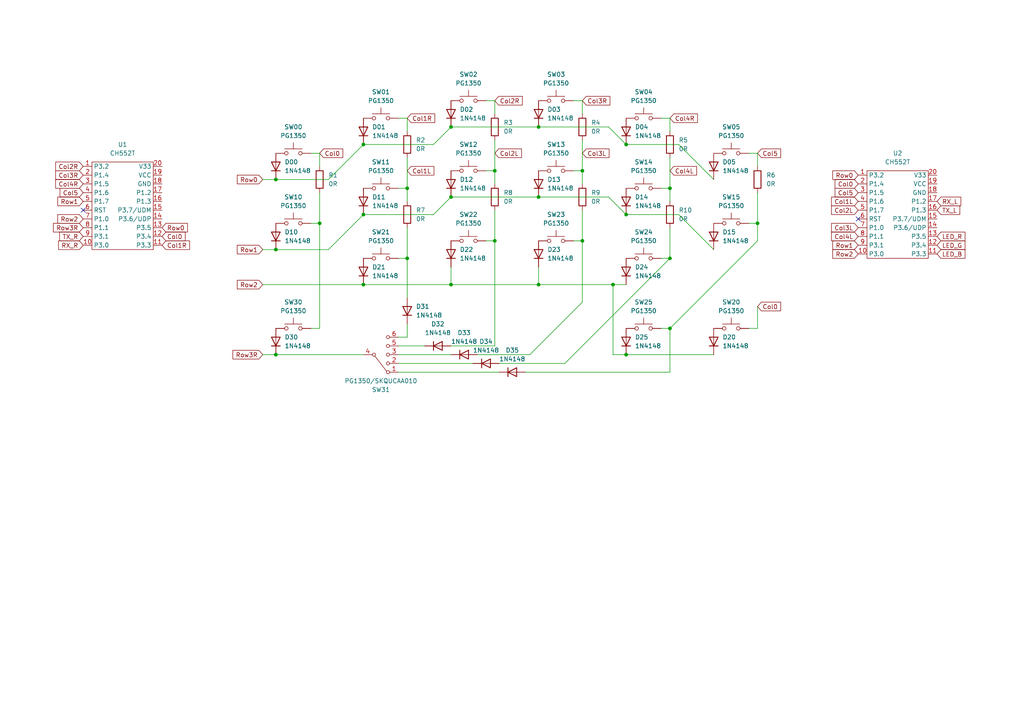
<source format=kicad_sch>
(kicad_sch (version 20231120) (generator "eeschema") (generator_version "8.0")
  (paper "A4")
  (lib_symbols
    (symbol "Device:D" (pin_numbers hide) (pin_names (offset 1.016) hide)
      (property "Reference" "D" (at 0 2.54 0))
      (property "Value" "D" (at 0 -2.54 0))
      (symbol "D_0_1"
        (polyline (pts (xy -1.27 1.27) (xy -1.27 -1.27)) (stroke (width 0.254)))
        (polyline (pts (xy 1.27 0) (xy -1.27 0)))
        (polyline (pts (xy 1.27 1.27) (xy 1.27 -1.27) (xy -1.27 0) (xy 1.27 1.27)) (stroke (width 0.254)))
      )
      (symbol "D_1_1"
        (pin passive line (at -3.81 0 0) (length 2.54) (name "K") (number "1"))
        (pin passive line (at 3.81 0 180) (length 2.54) (name "A") (number "2"))
      )
    )
    (symbol "Device:R" (pin_numbers hide) (pin_names (offset 0))
      (property "Reference" "R" (at 2.032 0 90))
      (property "Value" "R" (at 0 0 90))
      (symbol "R_0_1"
        (rectangle (start -1.016 -2.54) (end 1.016 2.54) (stroke (width 0.254)))
      )
      (symbol "R_1_1"
        (pin passive line (at 0 3.81 270) (length 1.27) (name "~") (number "1"))
        (pin passive line (at 0 -3.81 90) (length 1.27) (name "~") (number "2"))
      )
    )
    (symbol "Project Library:MCU_CH552T_TSSOP-20"
      (property "Reference" "U1" (at 0.254 13.97 0))
      (property "Value" "CH552T" (at 0.254 11.43 0))
      (symbol "MCU_CH552T_TSSOP-20_0_1"
        (rectangle (start -8.89 10.16) (end 8.89 -15.24))
      )
      (symbol "MCU_CH552T_TSSOP-20_1_1"
        (pin input line (at -11.43 8.89 0) (length 2.54) (name "P3.2") (number "1"))
        (pin input line (at -11.43 -13.97 0) (length 2.54) (name "P3.0") (number "10"))
        (pin input line (at 11.43 -13.97 180) (length 2.54) (name "P3.3") (number "11"))
        (pin input line (at 11.43 -11.43 180) (length 2.54) (name "P3.4") (number "12"))
        (pin input line (at 11.43 -8.89 180) (length 2.54) (name "P3.5") (number "13"))
        (pin input line (at 11.43 -6.35 180) (length 2.54) (name "P3.6/UDP") (number "14"))
        (pin input line (at 11.43 -3.81 180) (length 2.54) (name "P3.7/UDM") (number "15"))
        (pin input line (at 11.43 -1.27 180) (length 2.54) (name "P1.3") (number "16"))
        (pin input line (at 11.43 1.27 180) (length 2.54) (name "P1.2") (number "17"))
        (pin input line (at 11.43 3.81 180) (length 2.54) (name "GND") (number "18"))
        (pin input line (at 11.43 6.35 180) (length 2.54) (name "VCC") (number "19"))
        (pin input line (at -11.43 6.35 0) (length 2.54) (name "P1.4") (number "2"))
        (pin input line (at 11.43 8.89 180) (length 2.54) (name "V33") (number "20"))
        (pin input line (at -11.43 3.81 0) (length 2.54) (name "P1.5") (number "3"))
        (pin input line (at -11.43 1.27 0) (length 2.54) (name "P1.6") (number "4"))
        (pin input line (at -11.43 -1.27 0) (length 2.54) (name "P1.7") (number "5"))
        (pin input line (at -11.43 -3.81 0) (length 2.54) (name "RST") (number "6"))
        (pin input line (at -11.43 -6.35 0) (length 2.54) (name "P1.0") (number "7"))
        (pin input line (at -11.43 -8.89 0) (length 2.54) (name "P1.1") (number "8"))
        (pin input line (at -11.43 -11.43 0) (length 2.54) (name "P3.1") (number "9"))
      )
    )
    (symbol "Project Library:SW_SP5T" (pin_names (offset 0) hide)
      (property "Reference" "SW" (at 0 5.08 0))
      (property "Value" "SW_SP5T" (at 0 -11.43 0))
      (symbol "SW_SP5T_0_1"
        (circle (center -2.032 -2.54) (radius 0.4572))
        (polyline (pts (xy -1.7569 -2.1414) (xy 1.651 2.286)))
        (circle (center 2.032 -7.62) (radius 0.4572))
        (circle (center 2.032 -5.08) (radius 0.4572))
        (circle (center 2.032 -2.54) (radius 0.4572))
        (circle (center 2.032 0) (radius 0.4572))
        (circle (center 2.032 2.54) (radius 0.4572))
      )
      (symbol "SW_SP5T_1_1"
        (pin passive line (at 5.08 2.54 180) (length 2.54) (name "A") (number "1"))
        (pin passive line (at 5.08 0 180) (length 2.54) (name "B") (number "2"))
        (pin passive line (at 5.08 -2.54 180) (length 2.54) (name "C") (number "3"))
        (pin passive line (at -5.08 -2.54 0) (length 2.54) (name "Com") (number "4"))
        (pin passive line (at 5.08 -5.08 180) (length 2.54) (name "D") (number "5"))
        (pin passive line (at 5.08 -7.62 180) (length 2.54) (name "Ctr") (number "6"))
      )
    )
    (symbol "Switch:SW_Push" (pin_numbers hide) (pin_names (offset 1.016) hide)
      (property "Reference" "SW" (at 1.27 2.54 0))
      (property "Value" "SW_Push" (at 0 -1.524 0))
      (symbol "SW_Push_0_1"
        (circle (center -2.032 0) (radius 0.508))
        (polyline (pts (xy 0 1.27) (xy 0 3.048)))
        (polyline (pts (xy 2.54 1.27) (xy -2.54 1.27)))
        (circle (center 2.032 0) (radius 0.508))
        (pin passive line (at -5.08 0 0) (length 2.54) (name "1") (number "1"))
        (pin passive line (at 5.08 0 180) (length 2.54) (name "2") (number "2"))
      )
    )
  )
  (junction (at 219.71 64.77))
  (junction (at 143.51 69.85))
  (junction (at 118.11 74.93))
  (junction (at 105.41 41.91))
  (junction (at 80.01 102.87))
  (junction (at 92.71 64.77))
  (junction (at 181.61 41.91))
  (junction (at 105.41 62.23))
  (junction (at 181.61 62.23))
  (junction (at 130.81 82.55))
  (junction (at 194.31 95.25))
  (junction (at 168.91 69.85))
  (junction (at 143.51 49.53))
  (junction (at 156.21 57.15))
  (junction (at 118.11 54.61))
  (junction (at 130.81 57.15))
  (junction (at 156.21 82.55))
  (junction (at 168.91 49.53))
  (junction (at 194.31 54.61))
  (junction (at 80.01 72.39))
  (junction (at 130.81 36.83))
  (junction (at 156.21 36.83))
  (junction (at 80.01 52.07))
  (junction (at 177.8 82.55))
  (junction (at 181.61 102.87))
  (junction (at 194.31 74.93))
  (junction (at 105.41 82.55))
  (no_connect (at 24.13 60.96))
  (no_connect (at 248.92 63.5))
  (wire (pts (xy 90.17 64.77) (xy 92.71 64.77)))
  (wire (pts (xy 115.57 100.33) (xy 123.19 100.33)))
  (wire (pts (xy 217.17 95.25) (xy 219.71 95.25)))
  (wire (pts (xy 80.01 52.07) (xy 95.25 52.07)))
  (wire (pts (xy 217.17 44.45) (xy 219.71 44.45)))
  (wire (pts (xy 80.01 102.87) (xy 105.41 102.87)))
  (wire (pts (xy 176.53 57.15) (xy 156.21 57.15)))
  (wire (pts (xy 90.17 44.45) (xy 92.71 44.45)))
  (wire (pts (xy 168.91 40.64) (xy 168.91 49.53)))
  (wire (pts (xy 92.71 55.88) (xy 92.71 64.77)))
  (wire (pts (xy 118.11 34.29) (xy 118.11 38.1)))
  (wire (pts (xy 194.31 95.25) (xy 191.77 95.25)))
  (wire (pts (xy 130.81 82.55) (xy 130.81 77.47)))
  (wire (pts (xy 125.73 41.91) (xy 105.41 41.91)))
  (wire (pts (xy 166.37 69.85) (xy 168.91 69.85)))
  (wire (pts (xy 140.97 29.21) (xy 143.51 29.21)))
  (wire (pts (xy 115.57 107.95) (xy 144.78 107.95)))
  (wire (pts (xy 92.71 44.45) (xy 92.71 48.26)))
  (wire (pts (xy 153.67 102.87) (xy 168.91 87.63)))
  (wire (pts (xy 191.77 34.29) (xy 194.31 34.29)))
  (wire (pts (xy 115.57 97.79) (xy 118.11 97.79)))
  (wire (pts (xy 168.91 49.53) (xy 168.91 53.34)))
  (wire (pts (xy 118.11 45.72) (xy 118.11 54.61)))
  (wire (pts (xy 194.31 66.04) (xy 194.31 74.93)))
  (wire (pts (xy 207.01 52.07) (xy 196.85 41.91)))
  (wire (pts (xy 118.11 54.61) (xy 118.11 58.42)))
  (wire (pts (xy 76.2 72.39) (xy 80.01 72.39)))
  (wire (pts (xy 177.8 82.55) (xy 177.8 102.87)))
  (wire (pts (xy 143.51 40.64) (xy 143.51 49.53)))
  (wire (pts (xy 143.51 69.85) (xy 143.51 100.33)))
  (wire (pts (xy 90.17 95.25) (xy 92.71 95.25)))
  (wire (pts (xy 156.21 57.15) (xy 130.81 57.15)))
  (wire (pts (xy 191.77 54.61) (xy 194.31 54.61)))
  (wire (pts (xy 130.81 82.55) (xy 156.21 82.55)))
  (wire (pts (xy 92.71 64.77) (xy 92.71 95.25)))
  (wire (pts (xy 143.51 49.53) (xy 143.51 53.34)))
  (wire (pts (xy 194.31 54.61) (xy 194.31 58.42)))
  (wire (pts (xy 168.91 69.85) (xy 168.91 87.63)))
  (wire (pts (xy 118.11 66.04) (xy 118.11 74.93)))
  (wire (pts (xy 115.57 34.29) (xy 118.11 34.29)))
  (wire (pts (xy 76.2 102.87) (xy 80.01 102.87)))
  (wire (pts (xy 152.4 107.95) (xy 194.31 107.95)))
  (wire (pts (xy 219.71 88.9) (xy 219.71 95.25)))
  (wire (pts (xy 219.71 44.45) (xy 219.71 48.26)))
  (wire (pts (xy 140.97 49.53) (xy 143.51 49.53)))
  (wire (pts (xy 176.53 36.83) (xy 156.21 36.83)))
  (wire (pts (xy 196.85 41.91) (xy 181.61 41.91)))
  (wire (pts (xy 118.11 74.93) (xy 118.11 86.36)))
  (wire (pts (xy 219.71 64.77) (xy 219.71 69.85)))
  (wire (pts (xy 76.2 82.55) (xy 105.41 82.55)))
  (wire (pts (xy 95.25 72.39) (xy 105.41 62.23)))
  (wire (pts (xy 130.81 100.33) (xy 143.51 100.33)))
  (wire (pts (xy 168.91 29.21) (xy 168.91 33.02)))
  (wire (pts (xy 76.2 52.07) (xy 80.01 52.07)))
  (wire (pts (xy 115.57 74.93) (xy 118.11 74.93)))
  (wire (pts (xy 143.51 29.21) (xy 143.51 33.02)))
  (wire (pts (xy 143.51 60.96) (xy 143.51 69.85)))
  (wire (pts (xy 207.01 72.39) (xy 196.85 62.23)))
  (wire (pts (xy 118.11 93.98) (xy 118.11 97.79)))
  (wire (pts (xy 125.73 62.23) (xy 105.41 62.23)))
  (wire (pts (xy 130.81 36.83) (xy 125.73 41.91)))
  (wire (pts (xy 168.91 60.96) (xy 168.91 69.85)))
  (wire (pts (xy 181.61 62.23) (xy 176.53 57.15)))
  (wire (pts (xy 163.83 105.41) (xy 194.31 74.93)))
  (wire (pts (xy 156.21 36.83) (xy 130.81 36.83)))
  (wire (pts (xy 105.41 82.55) (xy 130.81 82.55)))
  (wire (pts (xy 177.8 102.87) (xy 181.61 102.87)))
  (wire (pts (xy 194.31 34.29) (xy 194.31 38.1)))
  (wire (pts (xy 217.17 64.77) (xy 219.71 64.77)))
  (wire (pts (xy 156.21 82.55) (xy 177.8 82.55)))
  (wire (pts (xy 219.71 55.88) (xy 219.71 64.77)))
  (wire (pts (xy 130.81 57.15) (xy 125.73 62.23)))
  (wire (pts (xy 140.97 69.85) (xy 143.51 69.85)))
  (wire (pts (xy 196.85 62.23) (xy 181.61 62.23)))
  (wire (pts (xy 181.61 41.91) (xy 176.53 36.83)))
  (wire (pts (xy 194.31 95.25) (xy 219.71 69.85)))
  (wire (pts (xy 80.01 72.39) (xy 95.25 72.39)))
  (wire (pts (xy 138.43 102.87) (xy 153.67 102.87)))
  (wire (pts (xy 166.37 29.21) (xy 168.91 29.21)))
  (wire (pts (xy 194.31 95.25) (xy 194.31 107.95)))
  (wire (pts (xy 156.21 82.55) (xy 156.21 77.47)))
  (wire (pts (xy 177.8 82.55) (xy 181.61 82.55)))
  (wire (pts (xy 144.78 105.41) (xy 163.83 105.41)))
  (wire (pts (xy 166.37 49.53) (xy 168.91 49.53)))
  (wire (pts (xy 194.31 45.72) (xy 194.31 54.61)))
  (wire (pts (xy 191.77 74.93) (xy 194.31 74.93)))
  (wire (pts (xy 115.57 102.87) (xy 130.81 102.87)))
  (wire (pts (xy 115.57 105.41) (xy 137.16 105.41)))
  (wire (pts (xy 115.57 54.61) (xy 118.11 54.61)))
  (wire (pts (xy 181.61 102.87) (xy 207.01 102.87)))
  (wire (pts (xy 95.25 52.07) (xy 105.41 41.91)))
  (global_label "Row3R" (shape input) (at 24.13 66.04 180) (property "Intersheetrefs" "${INTERSHEET_REFS}" (effects (hide yes))))
  (global_label "Col2L" (shape input) (at 143.51 44.45 0) (property "Intersheetrefs" "${INTERSHEET_REFS}" (effects (hide yes))))
  (global_label "LED_R" (shape input) (at 271.78 68.58 0) (property "Intersheetrefs" "${INTERSHEET_REFS}" (effects (hide yes))))
  (global_label "Col3L" (shape input) (at 168.91 44.45 0) (property "Intersheetrefs" "${INTERSHEET_REFS}" (effects (hide yes))))
  (global_label "TX_L" (shape input) (at 271.78 60.96 0) (property "Intersheetrefs" "${INTERSHEET_REFS}" (effects (hide yes))))
  (global_label "LED_G" (shape input) (at 271.78 71.12 0) (property "Intersheetrefs" "${INTERSHEET_REFS}" (effects (hide yes))))
  (global_label "Col3R" (shape input) (at 168.91 29.21 0) (property "Intersheetrefs" "${INTERSHEET_REFS}" (effects (hide yes))))
  (global_label "Row0" (shape input) (at 76.2 52.07 180) (property "Intersheetrefs" "${INTERSHEET_REFS}" (effects (hide yes))))
  (global_label "Col5" (shape input) (at 24.13 55.88 180) (property "Intersheetrefs" "${INTERSHEET_REFS}" (effects (hide yes))))
  (global_label "Row2" (shape input) (at 24.13 63.5 180) (property "Intersheetrefs" "${INTERSHEET_REFS}" (effects (hide yes))))
  (global_label "Row1" (shape input) (at 24.13 58.42 180) (property "Intersheetrefs" "${INTERSHEET_REFS}" (effects (hide yes))))
  (global_label "Col3R" (shape input) (at 24.13 50.8 180) (property "Intersheetrefs" "${INTERSHEET_REFS}" (effects (hide yes))))
  (global_label "Col4R" (shape input) (at 194.31 34.29 0) (property "Intersheetrefs" "${INTERSHEET_REFS}" (effects (hide yes))))
  (global_label "Col4R" (shape input) (at 24.13 53.34 180) (property "Intersheetrefs" "${INTERSHEET_REFS}" (effects (hide yes))))
  (global_label "Col1R" (shape input) (at 46.99 71.12 0) (property "Intersheetrefs" "${INTERSHEET_REFS}" (effects (hide yes))))
  (global_label "Col1L" (shape input) (at 248.92 58.42 180) (property "Intersheetrefs" "${INTERSHEET_REFS}" (effects (hide yes))))
  (global_label "Col1R" (shape input) (at 118.11 34.29 0) (property "Intersheetrefs" "${INTERSHEET_REFS}" (effects (hide yes))))
  (global_label "Row2" (shape input) (at 76.2 82.55 180) (property "Intersheetrefs" "${INTERSHEET_REFS}" (effects (hide yes))))
  (global_label "Col0" (shape input) (at 92.71 44.45 0) (property "Intersheetrefs" "${INTERSHEET_REFS}" (effects (hide yes))))
  (global_label "Col4L" (shape input) (at 194.31 49.53 0) (property "Intersheetrefs" "${INTERSHEET_REFS}" (effects (hide yes))))
  (global_label "TX_R" (shape input) (at 24.13 68.58 180) (property "Intersheetrefs" "${INTERSHEET_REFS}" (effects (hide yes))))
  (global_label "Col2L" (shape input) (at 248.92 60.96 180) (property "Intersheetrefs" "${INTERSHEET_REFS}" (effects (hide yes))))
  (global_label "Row3R" (shape input) (at 76.2 102.87 180) (property "Intersheetrefs" "${INTERSHEET_REFS}" (effects (hide yes))))
  (global_label "Col2R" (shape input) (at 24.13 48.26 180) (property "Intersheetrefs" "${INTERSHEET_REFS}" (effects (hide yes))))
  (global_label "Col4L" (shape input) (at 248.92 68.58 180) (property "Intersheetrefs" "${INTERSHEET_REFS}" (effects (hide yes))))
  (global_label "Row1" (shape input) (at 248.92 71.12 180) (property "Intersheetrefs" "${INTERSHEET_REFS}" (effects (hide yes))))
  (global_label "Col5" (shape input) (at 219.71 44.45 0) (property "Intersheetrefs" "${INTERSHEET_REFS}" (effects (hide yes))))
  (global_label "Col0" (shape input) (at 46.99 68.58 0) (property "Intersheetrefs" "${INTERSHEET_REFS}" (effects (hide yes))))
  (global_label "Col1L" (shape input) (at 118.11 49.53 0) (property "Intersheetrefs" "${INTERSHEET_REFS}" (effects (hide yes))))
  (global_label "Row2" (shape input) (at 248.92 73.66 180) (property "Intersheetrefs" "${INTERSHEET_REFS}" (effects (hide yes))))
  (global_label "Col5" (shape input) (at 248.92 55.88 180) (property "Intersheetrefs" "${INTERSHEET_REFS}" (effects (hide yes))))
  (global_label "Col0" (shape input) (at 219.71 88.9 0) (property "Intersheetrefs" "${INTERSHEET_REFS}" (effects (hide yes))))
  (global_label "RX_R" (shape input) (at 24.13 71.12 180) (property "Intersheetrefs" "${INTERSHEET_REFS}" (effects (hide yes))))
  (global_label "Row0" (shape input) (at 46.99 66.04 0) (property "Intersheetrefs" "${INTERSHEET_REFS}" (effects (hide yes))))
  (global_label "Row0" (shape input) (at 248.92 50.8 180) (property "Intersheetrefs" "${INTERSHEET_REFS}" (effects (hide yes))))
  (global_label "Col2R" (shape input) (at 143.51 29.21 0) (property "Intersheetrefs" "${INTERSHEET_REFS}" (effects (hide yes))))
  (global_label "Col0" (shape input) (at 248.92 53.34 180) (property "Intersheetrefs" "${INTERSHEET_REFS}" (effects (hide yes))))
  (global_label "RX_L" (shape input) (at 271.78 58.42 0) (property "Intersheetrefs" "${INTERSHEET_REFS}" (effects (hide yes))))
  (global_label "Row1" (shape input) (at 76.2 72.39 180) (property "Intersheetrefs" "${INTERSHEET_REFS}" (effects (hide yes))))
  (global_label "Col3L" (shape input) (at 248.92 66.04 180) (property "Intersheetrefs" "${INTERSHEET_REFS}" (effects (hide yes))))
  (global_label "LED_B" (shape input) (at 271.78 73.66 0) (property "Intersheetrefs" "${INTERSHEET_REFS}" (effects (hide yes))))
  (symbol (lib_id "Device:D") (at 134.62 102.87 0) (unit 1)
    (property "Reference" "D33" (at 134.62 96.52 0))
    (property "Value" "1N4148" (at 134.62 99.06 0))
    (property "Footprint" "Project Library:D_SOD-123_Mod" (effects (hide yes)))
    (property "Description" "Diode" (effects (hide yes)))
    (property "Sim.Device" "D" (effects (hide yes)))
    (property "Sim.Pins" "1=K 2=A" (effects (hide yes)))
  )
  (symbol (lib_id "Switch:SW_Push") (at 110.49 74.93 0) (mirror y) (unit 1)
    (property "Reference" "SW21" (at 110.49 67.31 0))
    (property "Value" "PG1350" (at 110.49 69.85 0))
    (property "Footprint" "Project Library:SW_choc_v1_HS_CPG135001S30_1layer_1u" (effects (hide yes)))
    (property "Description" "Push button switch, generic, two pins" (effects (hide yes)))
  )
  (symbol (lib_id "Device:R") (at 92.71 52.07 0) (unit 1)
    (property "Reference" "R1" (at 95.25 50.7999 0) (effects (justify left)))
    (property "Value" "0R" (at 95.25 53.3399 0) (effects (justify left)))
    (property "Footprint" "Project Library:R_2010_5025Metric_Mod" (effects (hide yes)))
    (property "Description" "Resistor" (effects (hide yes)))
  )
  (symbol (lib_id "Switch:SW_Push") (at 186.69 95.25 0) (mirror y) (unit 1)
    (property "Reference" "SW25" (at 186.69 87.63 0))
    (property "Value" "PG1350" (at 186.69 90.17 0))
    (property "Footprint" "Project Library:SW_choc_v1_HS_CPG135001S30_1layer_1u" (effects (hide yes)))
    (property "Description" "Push button switch, generic, two pins" (effects (hide yes)))
  )
  (symbol (lib_id "Device:D") (at 207.01 68.58 90) (unit 1)
    (property "Reference" "D15" (at 209.55 67.3099 90) (effects (justify right)))
    (property "Value" "1N4148" (at 209.55 69.8499 90) (effects (justify right)))
    (property "Footprint" "Project Library:D_SOD-123_Mod" (effects (hide yes)))
    (property "Description" "Diode" (effects (hide yes)))
    (property "Sim.Device" "D" (effects (hide yes)))
    (property "Sim.Pins" "1=K 2=A" (effects (hide yes)))
  )
  (symbol (lib_id "Switch:SW_Push") (at 186.69 54.61 0) (mirror y) (unit 1)
    (property "Reference" "SW14" (at 186.69 46.99 0))
    (property "Value" "PG1350" (at 186.69 49.53 0))
    (property "Footprint" "Project Library:SW_choc_v1_HS_CPG135001S30_1layer_1u" (effects (hide yes)))
    (property "Description" "Push button switch, generic, two pins" (effects (hide yes)))
  )
  (symbol (lib_id "Device:D") (at 181.61 38.1 90) (unit 1)
    (property "Reference" "D04" (at 184.15 36.8299 90) (effects (justify right)))
    (property "Value" "1N4148" (at 184.15 39.3699 90) (effects (justify right)))
    (property "Footprint" "Project Library:D_SOD-123_Mod" (effects (hide yes)))
    (property "Description" "Diode" (effects (hide yes)))
    (property "Sim.Device" "D" (effects (hide yes)))
    (property "Sim.Pins" "1=K 2=A" (effects (hide yes)))
  )
  (symbol (lib_id "Project Library:MCU_CH552T_TSSOP-20") (at 35.56 57.15 0) (unit 1)
    (property "Reference" "U1" (at 35.56 41.91 0))
    (property "Value" "CH552T" (at 35.56 44.45 0))
    (property "Footprint" "Package_SO:TSSOP-20_4.4x6.5mm_P0.65mm" (effects (hide yes)))
    (property "Datasheet" "https://www.wch-ic.com/downloads/file/309.html" (effects (hide yes)))
    (property "LCSC" "C111367" (effects (hide yes)))
  )
  (symbol (lib_id "Switch:SW_Push") (at 212.09 64.77 0) (mirror y) (unit 1)
    (property "Reference" "SW15" (at 212.09 57.15 0))
    (property "Value" "PG1350" (at 212.09 59.69 0))
    (property "Footprint" "Project Library:SW_choc_v1_HS_CPG135001S30_1layer_1u" (effects (hide yes)))
    (property "Description" "Push button switch, generic, two pins" (effects (hide yes)))
  )
  (symbol (lib_id "Device:D") (at 181.61 99.06 90) (unit 1)
    (property "Reference" "D25" (at 184.15 97.7899 90) (effects (justify right)))
    (property "Value" "1N4148" (at 184.15 100.3299 90) (effects (justify right)))
    (property "Footprint" "Project Library:D_SOD-123_Mod" (effects (hide yes)))
    (property "Description" "Diode" (effects (hide yes)))
    (property "Sim.Device" "D" (effects (hide yes)))
    (property "Sim.Pins" "1=K 2=A" (effects (hide yes)))
  )
  (symbol (lib_id "Switch:SW_Push") (at 85.09 44.45 0) (mirror y) (unit 1)
    (property "Reference" "SW00" (at 85.09 36.83 0))
    (property "Value" "PG1350" (at 85.09 39.37 0))
    (property "Footprint" "Project Library:SW_choc_v1_HS_CPG135001S30_1layer_1u" (effects (hide yes)))
    (property "Description" "Push button switch, generic, two pins" (effects (hide yes)))
  )
  (symbol (lib_id "Device:R") (at 168.91 57.15 0) (unit 1)
    (property "Reference" "R9" (at 171.45 55.8799 0) (effects (justify left)))
    (property "Value" "0R" (at 171.45 58.4199 0) (effects (justify left)))
    (property "Footprint" "Project Library:R_2010_5025Metric_Mod" (effects (hide yes)))
    (property "Description" "Resistor" (effects (hide yes)))
  )
  (symbol (lib_id "Device:R") (at 118.11 41.91 0) (unit 1)
    (property "Reference" "R2" (at 120.65 40.6399 0) (effects (justify left)))
    (property "Value" "0R" (at 120.65 43.1799 0) (effects (justify left)))
    (property "Footprint" "Project Library:R_2010_5025Metric_Mod" (effects (hide yes)))
    (property "Description" "Resistor" (effects (hide yes)))
  )
  (symbol (lib_id "Switch:SW_Push") (at 110.49 34.29 0) (mirror y) (unit 1)
    (property "Reference" "SW01" (at 110.49 26.67 0))
    (property "Value" "PG1350" (at 110.49 29.21 0))
    (property "Footprint" "Project Library:SW_choc_v1_HS_CPG135001S30_1layer_1u" (effects (hide yes)))
    (property "Description" "Push button switch, generic, two pins" (effects (hide yes)))
  )
  (symbol (lib_id "Switch:SW_Push") (at 161.29 29.21 0) (mirror y) (unit 1)
    (property "Reference" "SW03" (at 161.29 21.59 0))
    (property "Value" "PG1350" (at 161.29 24.13 0))
    (property "Footprint" "Project Library:SW_choc_v1_HS_CPG135001S30_1layer_1u" (effects (hide yes)))
    (property "Description" "Push button switch, generic, two pins" (effects (hide yes)))
  )
  (symbol (lib_id "Switch:SW_Push") (at 212.09 44.45 0) (mirror y) (unit 1)
    (property "Reference" "SW05" (at 212.09 36.83 0))
    (property "Value" "PG1350" (at 212.09 39.37 0))
    (property "Footprint" "Project Library:SW_choc_v1_HS_CPG135001S30_1layer_1u" (effects (hide yes)))
    (property "Description" "Push button switch, generic, two pins" (effects (hide yes)))
  )
  (symbol (lib_id "Device:D") (at 181.61 58.42 90) (unit 1)
    (property "Reference" "D14" (at 184.15 57.1499 90) (effects (justify right)))
    (property "Value" "1N4148" (at 184.15 59.6899 90) (effects (justify right)))
    (property "Footprint" "Project Library:D_SOD-123_Mod" (effects (hide yes)))
    (property "Description" "Diode" (effects (hide yes)))
    (property "Sim.Device" "D" (effects (hide yes)))
    (property "Sim.Pins" "1=K 2=A" (effects (hide yes)))
  )
  (symbol (lib_id "Device:R") (at 118.11 62.23 0) (unit 1)
    (property "Reference" "R7" (at 120.65 60.9599 0) (effects (justify left)))
    (property "Value" "0R" (at 120.65 63.4999 0) (effects (justify left)))
    (property "Footprint" "Project Library:R_2010_5025Metric_Mod" (effects (hide yes)))
    (property "Description" "Resistor" (effects (hide yes)))
  )
  (symbol (lib_id "Device:D") (at 148.59 107.95 0) (unit 1)
    (property "Reference" "D35" (at 148.59 101.6 0))
    (property "Value" "1N4148" (at 148.59 104.14 0))
    (property "Footprint" "Project Library:D_SOD-123_Mod" (effects (hide yes)))
    (property "Description" "Diode" (effects (hide yes)))
    (property "Sim.Device" "D" (effects (hide yes)))
    (property "Sim.Pins" "1=K 2=A" (effects (hide yes)))
  )
  (symbol (lib_id "Device:D") (at 80.01 68.58 90) (unit 1)
    (property "Reference" "D10" (at 82.55 67.3099 90) (effects (justify right)))
    (property "Value" "1N4148" (at 82.55 69.8499 90) (effects (justify right)))
    (property "Footprint" "Project Library:D_SOD-123_Mod" (effects (hide yes)))
    (property "Description" "Diode" (effects (hide yes)))
    (property "Sim.Device" "D" (effects (hide yes)))
    (property "Sim.Pins" "1=K 2=A" (effects (hide yes)))
  )
  (symbol (lib_id "Switch:SW_Push") (at 135.89 29.21 0) (mirror y) (unit 1)
    (property "Reference" "SW02" (at 135.89 21.59 0))
    (property "Value" "PG1350" (at 135.89 24.13 0))
    (property "Footprint" "Project Library:SW_choc_v1_HS_CPG135001S30_1layer_1u" (effects (hide yes)))
    (property "Description" "Push button switch, generic, two pins" (effects (hide yes)))
  )
  (symbol (lib_id "Device:D") (at 130.81 73.66 90) (unit 1)
    (property "Reference" "D22" (at 133.35 72.3899 90) (effects (justify right)))
    (property "Value" "1N4148" (at 133.35 74.9299 90) (effects (justify right)))
    (property "Footprint" "Project Library:D_SOD-123_Mod" (effects (hide yes)))
    (property "Description" "Diode" (effects (hide yes)))
    (property "Sim.Device" "D" (effects (hide yes)))
    (property "Sim.Pins" "1=K 2=A" (effects (hide yes)))
  )
  (symbol (lib_id "Device:D") (at 105.41 38.1 90) (unit 1)
    (property "Reference" "D01" (at 107.95 36.8299 90) (effects (justify right)))
    (property "Value" "1N4148" (at 107.95 39.3699 90) (effects (justify right)))
    (property "Footprint" "Project Library:D_SOD-123_Mod" (effects (hide yes)))
    (property "Description" "Diode" (effects (hide yes)))
    (property "Sim.Device" "D" (effects (hide yes)))
    (property "Sim.Pins" "1=K 2=A" (effects (hide yes)))
  )
  (symbol (lib_id "Device:D") (at 80.01 48.26 90) (unit 1)
    (property "Reference" "D00" (at 82.55 46.9899 90) (effects (justify right)))
    (property "Value" "1N4148" (at 82.55 49.5299 90) (effects (justify right)))
    (property "Footprint" "Project Library:D_SOD-123_Mod" (effects (hide yes)))
    (property "Description" "Diode" (effects (hide yes)))
    (property "Sim.Device" "D" (effects (hide yes)))
    (property "Sim.Pins" "1=K 2=A" (effects (hide yes)))
  )
  (symbol (lib_id "Device:D") (at 105.41 78.74 90) (unit 1)
    (property "Reference" "D21" (at 107.95 77.4699 90) (effects (justify right)))
    (property "Value" "1N4148" (at 107.95 80.0099 90) (effects (justify right)))
    (property "Footprint" "Project Library:D_SOD-123_Mod" (effects (hide yes)))
    (property "Description" "Diode" (effects (hide yes)))
    (property "Sim.Device" "D" (effects (hide yes)))
    (property "Sim.Pins" "1=K 2=A" (effects (hide yes)))
  )
  (symbol (lib_id "Device:D") (at 156.21 33.02 90) (unit 1)
    (property "Reference" "D03" (at 158.75 31.7499 90) (effects (justify right)))
    (property "Value" "1N4148" (at 158.75 34.2899 90) (effects (justify right)))
    (property "Footprint" "Project Library:D_SOD-123_Mod" (effects (hide yes)))
    (property "Description" "Diode" (effects (hide yes)))
    (property "Sim.Device" "D" (effects (hide yes)))
    (property "Sim.Pins" "1=K 2=A" (effects (hide yes)))
  )
  (symbol (lib_id "Device:D") (at 207.01 99.06 90) (unit 1)
    (property "Reference" "D20" (at 209.55 97.7899 90) (effects (justify right)))
    (property "Value" "1N4148" (at 209.55 100.3299 90) (effects (justify right)))
    (property "Footprint" "Project Library:D_SOD-123_Mod" (effects (hide yes)))
    (property "Description" "Diode" (effects (hide yes)))
    (property "Sim.Device" "D" (effects (hide yes)))
    (property "Sim.Pins" "1=K 2=A" (effects (hide yes)))
  )
  (symbol (lib_id "Device:D") (at 127 100.33 0) (unit 1)
    (property "Reference" "D32" (at 127 93.98 0))
    (property "Value" "1N4148" (at 127 96.52 0))
    (property "Footprint" "Project Library:D_SOD-123_Mod" (effects (hide yes)))
    (property "Description" "Diode" (effects (hide yes)))
    (property "Sim.Device" "D" (effects (hide yes)))
    (property "Sim.Pins" "1=K 2=A" (effects (hide yes)))
  )
  (symbol (lib_id "Project Library:SW_SP5T") (at 110.49 105.41 0) (mirror x) (unit 1)
    (property "Reference" "SW31" (at 110.49 113.03 0))
    (property "Value" "PG1350/SKQUCAA010" (at 110.49 110.49 0))
    (property "Footprint" "Project Library:SW_choc_v1_HS_nav_CPG135001S30_SKQUCAA010_1layer_1u_1" (effects (hide yes)))
    (property "Description" "Switch, five position, single pole quintuple throw, 5 position switch, SP5T" (effects (hide yes)))
  )
  (symbol (lib_id "Switch:SW_Push") (at 135.89 49.53 0) (mirror y) (unit 1)
    (property "Reference" "SW12" (at 135.89 41.91 0))
    (property "Value" "PG1350" (at 135.89 44.45 0))
    (property "Footprint" "Project Library:SW_choc_v1_HS_CPG135001S30_1layer_1u" (effects (hide yes)))
    (property "Description" "Push button switch, generic, two pins" (effects (hide yes)))
  )
  (symbol (lib_id "Device:R") (at 143.51 57.15 0) (unit 1)
    (property "Reference" "R8" (at 146.05 55.8799 0) (effects (justify left)))
    (property "Value" "0R" (at 146.05 58.4199 0) (effects (justify left)))
    (property "Footprint" "Project Library:R_2010_5025Metric_Mod" (effects (hide yes)))
    (property "Description" "Resistor" (effects (hide yes)))
  )
  (symbol (lib_id "Switch:SW_Push") (at 161.29 49.53 0) (mirror y) (unit 1)
    (property "Reference" "SW13" (at 161.29 41.91 0))
    (property "Value" "PG1350" (at 161.29 44.45 0))
    (property "Footprint" "Project Library:SW_choc_v1_HS_CPG135001S30_1layer_1u" (effects (hide yes)))
    (property "Description" "Push button switch, generic, two pins" (effects (hide yes)))
  )
  (symbol (lib_id "Device:R") (at 219.71 52.07 0) (unit 1)
    (property "Reference" "R6" (at 222.25 50.7999 0) (effects (justify left)))
    (property "Value" "0R" (at 222.25 53.3399 0) (effects (justify left)))
    (property "Footprint" "Project Library:R_2010_5025Metric_Mod" (effects (hide yes)))
    (property "Description" "Resistor" (effects (hide yes)))
  )
  (symbol (lib_id "Switch:SW_Push") (at 212.09 95.25 0) (mirror y) (unit 1)
    (property "Reference" "SW20" (at 212.09 87.63 0))
    (property "Value" "PG1350" (at 212.09 90.17 0))
    (property "Footprint" "Project Library:SW_choc_v1_HS_CPG135001S30_1layer_1.5u" (effects (hide yes)))
    (property "Description" "Push button switch, generic, two pins" (effects (hide yes)))
  )
  (symbol (lib_id "Device:D") (at 181.61 78.74 90) (unit 1)
    (property "Reference" "D24" (at 184.15 77.4699 90) (effects (justify right)))
    (property "Value" "1N4148" (at 184.15 80.0099 90) (effects (justify right)))
    (property "Footprint" "Project Library:D_SOD-123_Mod" (effects (hide yes)))
    (property "Description" "Diode" (effects (hide yes)))
    (property "Sim.Device" "D" (effects (hide yes)))
    (property "Sim.Pins" "1=K 2=A" (effects (hide yes)))
  )
  (symbol (lib_id "Device:R") (at 194.31 41.91 0) (unit 1)
    (property "Reference" "R5" (at 196.85 40.6399 0) (effects (justify left)))
    (property "Value" "0R" (at 196.85 43.1799 0) (effects (justify left)))
    (property "Footprint" "Project Library:R_2010_5025Metric_Mod" (effects (hide yes)))
    (property "Description" "Resistor" (effects (hide yes)))
  )
  (symbol (lib_id "Switch:SW_Push") (at 110.49 54.61 0) (mirror y) (unit 1)
    (property "Reference" "SW11" (at 110.49 46.99 0))
    (property "Value" "PG1350" (at 110.49 49.53 0))
    (property "Footprint" "Project Library:SW_choc_v1_HS_CPG135001S30_1layer_1u" (effects (hide yes)))
    (property "Description" "Push button switch, generic, two pins" (effects (hide yes)))
  )
  (symbol (lib_id "Device:D") (at 156.21 53.34 90) (unit 1)
    (property "Reference" "D13" (at 158.75 52.0699 90) (effects (justify right)))
    (property "Value" "1N4148" (at 158.75 54.6099 90) (effects (justify right)))
    (property "Footprint" "Project Library:D_SOD-123_Mod" (effects (hide yes)))
    (property "Description" "Diode" (effects (hide yes)))
    (property "Sim.Device" "D" (effects (hide yes)))
    (property "Sim.Pins" "1=K 2=A" (effects (hide yes)))
  )
  (symbol (lib_id "Device:D") (at 118.11 90.17 90) (unit 1)
    (property "Reference" "D31" (at 120.65 88.8999 90) (effects (justify right)))
    (property "Value" "1N4148" (at 120.65 91.4399 90) (effects (justify right)))
    (property "Footprint" "Project Library:D_SOD-123_Mod" (effects (hide yes)))
    (property "Description" "Diode" (effects (hide yes)))
    (property "Sim.Device" "D" (effects (hide yes)))
    (property "Sim.Pins" "1=K 2=A" (effects (hide yes)))
  )
  (symbol (lib_id "Switch:SW_Push") (at 85.09 95.25 0) (mirror y) (unit 1)
    (property "Reference" "SW30" (at 85.09 87.63 0))
    (property "Value" "PG1350" (at 85.09 90.17 0))
    (property "Footprint" "Project Library:SW_choc_v1_HS_CPG135001S30_1layer_1.5u" (effects (hide yes)))
    (property "Description" "Push button switch, generic, two pins" (effects (hide yes)))
  )
  (symbol (lib_id "Switch:SW_Push") (at 186.69 74.93 0) (mirror y) (unit 1)
    (property "Reference" "SW24" (at 186.69 67.31 0))
    (property "Value" "PG1350" (at 186.69 69.85 0))
    (property "Footprint" "Project Library:SW_choc_v1_HS_CPG135001S30_1layer_1u" (effects (hide yes)))
    (property "Description" "Push button switch, generic, two pins" (effects (hide yes)))
  )
  (symbol (lib_id "Device:D") (at 80.01 99.06 90) (unit 1)
    (property "Reference" "D30" (at 82.55 97.7899 90) (effects (justify right)))
    (property "Value" "1N4148" (at 82.55 100.3299 90) (effects (justify right)))
    (property "Footprint" "Project Library:D_SOD-123_Mod" (effects (hide yes)))
    (property "Description" "Diode" (effects (hide yes)))
    (property "Sim.Device" "D" (effects (hide yes)))
    (property "Sim.Pins" "1=K 2=A" (effects (hide yes)))
  )
  (symbol (lib_id "Switch:SW_Push") (at 186.69 34.29 0) (mirror y) (unit 1)
    (property "Reference" "SW04" (at 186.69 26.67 0))
    (property "Value" "PG1350" (at 186.69 29.21 0))
    (property "Footprint" "Project Library:SW_choc_v1_HS_CPG135001S30_1layer_1u" (effects (hide yes)))
    (property "Description" "Push button switch, generic, two pins" (effects (hide yes)))
  )
  (symbol (lib_id "Device:D") (at 140.97 105.41 0) (unit 1)
    (property "Reference" "D34" (at 140.97 99.06 0))
    (property "Value" "1N4148" (at 140.97 101.6 0))
    (property "Footprint" "Project Library:D_SOD-123_Mod" (effects (hide yes)))
    (property "Description" "Diode" (effects (hide yes)))
    (property "Sim.Device" "D" (effects (hide yes)))
    (property "Sim.Pins" "1=K 2=A" (effects (hide yes)))
  )
  (symbol (lib_id "Switch:SW_Push") (at 135.89 69.85 0) (mirror y) (unit 1)
    (property "Reference" "SW22" (at 135.89 62.23 0))
    (property "Value" "PG1350" (at 135.89 64.77 0))
    (property "Footprint" "Project Library:SW_choc_v1_HS_CPG135001S30_1layer_1u" (effects (hide yes)))
    (property "Description" "Push button switch, generic, two pins" (effects (hide yes)))
  )
  (symbol (lib_id "Project Library:MCU_CH552T_TSSOP-20") (at 260.35 59.69 0) (unit 1)
    (property "Reference" "U2" (at 260.35 44.45 0))
    (property "Value" "CH552T" (at 260.35 46.99 0))
    (property "Footprint" "Package_SO:TSSOP-20_4.4x6.5mm_P0.65mm" (effects (hide yes)))
    (property "Datasheet" "https://www.wch-ic.com/downloads/file/309.html" (effects (hide yes)))
    (property "LCSC" "C111367" (effects (hide yes)))
  )
  (symbol (lib_id "Device:R") (at 194.31 62.23 0) (unit 1)
    (property "Reference" "R10" (at 196.85 60.9599 0) (effects (justify left)))
    (property "Value" "0R" (at 196.85 63.4999 0) (effects (justify left)))
    (property "Footprint" "Project Library:R_2010_5025Metric_Mod" (effects (hide yes)))
    (property "Description" "Resistor" (effects (hide yes)))
  )
  (symbol (lib_id "Switch:SW_Push") (at 85.09 64.77 0) (mirror y) (unit 1)
    (property "Reference" "SW10" (at 85.09 57.15 0))
    (property "Value" "PG1350" (at 85.09 59.69 0))
    (property "Footprint" "Project Library:SW_choc_v1_HS_CPG135001S30_1layer_1u" (effects (hide yes)))
    (property "Description" "Push button switch, generic, two pins" (effects (hide yes)))
  )
  (symbol (lib_id "Switch:SW_Push") (at 161.29 69.85 0) (mirror y) (unit 1)
    (property "Reference" "SW23" (at 161.29 62.23 0))
    (property "Value" "PG1350" (at 161.29 64.77 0))
    (property "Footprint" "Project Library:SW_choc_v1_HS_CPG135001S30_1layer_1u" (effects (hide yes)))
    (property "Description" "Push button switch, generic, two pins" (effects (hide yes)))
  )
  (symbol (lib_id "Device:D") (at 156.21 73.66 90) (unit 1)
    (property "Reference" "D23" (at 158.75 72.3899 90) (effects (justify right)))
    (property "Value" "1N4148" (at 158.75 74.9299 90) (effects (justify right)))
    (property "Footprint" "Project Library:D_SOD-123_Mod" (effects (hide yes)))
    (property "Description" "Diode" (effects (hide yes)))
    (property "Sim.Device" "D" (effects (hide yes)))
    (property "Sim.Pins" "1=K 2=A" (effects (hide yes)))
  )
  (symbol (lib_id "Device:D") (at 207.01 48.26 90) (unit 1)
    (property "Reference" "D05" (at 209.55 46.9899 90) (effects (justify right)))
    (property "Value" "1N4148" (at 209.55 49.5299 90) (effects (justify right)))
    (property "Footprint" "Project Library:D_SOD-123_Mod" (effects (hide yes)))
    (property "Description" "Diode" (effects (hide yes)))
    (property "Sim.Device" "D" (effects (hide yes)))
    (property "Sim.Pins" "1=K 2=A" (effects (hide yes)))
  )
  (symbol (lib_id "Device:D") (at 105.41 58.42 90) (unit 1)
    (property "Reference" "D11" (at 107.95 57.1499 90) (effects (justify right)))
    (property "Value" "1N4148" (at 107.95 59.6899 90) (effects (justify right)))
    (property "Footprint" "Project Library:D_SOD-123_Mod" (effects (hide yes)))
    (property "Description" "Diode" (effects (hide yes)))
    (property "Sim.Device" "D" (effects (hide yes)))
    (property "Sim.Pins" "1=K 2=A" (effects (hide yes)))
  )
  (symbol (lib_id "Device:R") (at 143.51 36.83 0) (unit 1)
    (property "Reference" "R3" (at 146.05 35.5599 0) (effects (justify left)))
    (property "Value" "0R" (at 146.05 38.0999 0) (effects (justify left)))
    (property "Footprint" "Project Library:R_2010_5025Metric_Mod" (effects (hide yes)))
    (property "Description" "Resistor" (effects (hide yes)))
  )
  (symbol (lib_id "Device:D") (at 130.81 33.02 90) (unit 1)
    (property "Reference" "D02" (at 133.35 31.7499 90) (effects (justify right)))
    (property "Value" "1N4148" (at 133.35 34.2899 90) (effects (justify right)))
    (property "Footprint" "Project Library:D_SOD-123_Mod" (effects (hide yes)))
    (property "Description" "Diode" (effects (hide yes)))
    (property "Sim.Device" "D" (effects (hide yes)))
    (property "Sim.Pins" "1=K 2=A" (effects (hide yes)))
  )
  (symbol (lib_id "Device:R") (at 168.91 36.83 0) (unit 1)
    (property "Reference" "R4" (at 171.45 35.5599 0) (effects (justify left)))
    (property "Value" "0R" (at 171.45 38.0999 0) (effects (justify left)))
    (property "Footprint" "Project Library:R_2010_5025Metric_Mod" (effects (hide yes)))
    (property "Description" "Resistor" (effects (hide yes)))
  )
  (symbol (lib_id "Device:D") (at 130.81 53.34 90) (unit 1)
    (property "Reference" "D12" (at 133.35 52.0699 90) (effects (justify right)))
    (property "Value" "1N4148" (at 133.35 54.6099 90) (effects (justify right)))
    (property "Footprint" "Project Library:D_SOD-123_Mod" (effects (hide yes)))
    (property "Description" "Diode" (effects (hide yes)))
    (property "Sim.Device" "D" (effects (hide yes)))
    (property "Sim.Pins" "1=K 2=A" (effects (hide yes)))
  )
)
</source>
